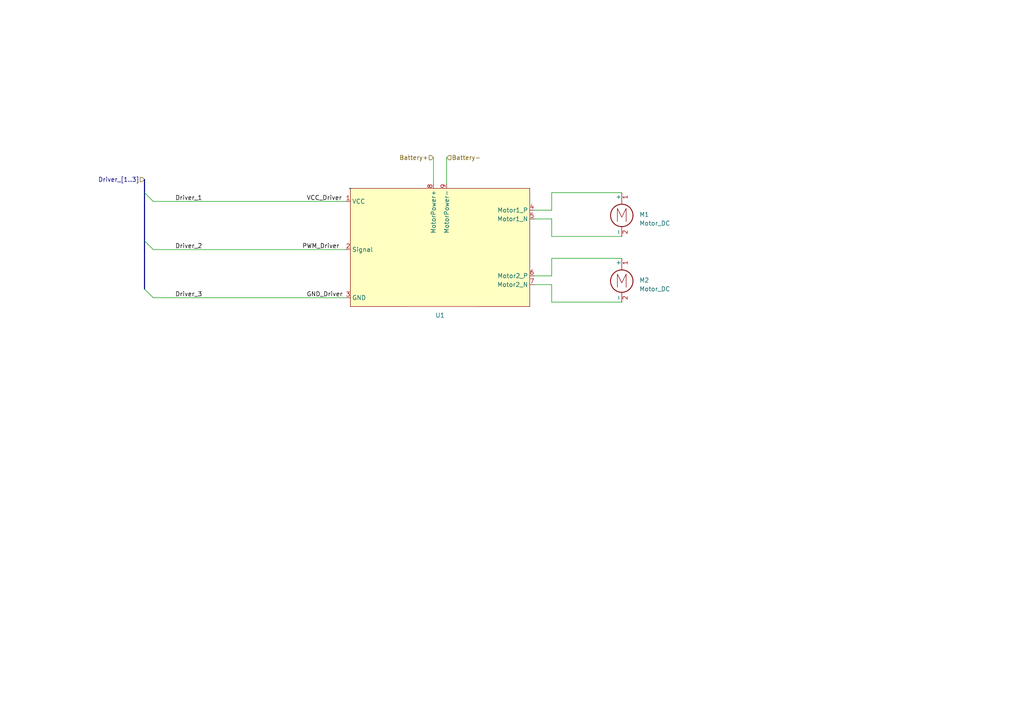
<source format=kicad_sch>
(kicad_sch (version 20230121) (generator eeschema)
  (paper "A4")
  (title_block (title "BlackBox Diagram of Autonomous Rover using LoRa Based RTK ") (date "2024-10-13") (comment 9 "TOLGA"))
  (lib_symbols
    (symbol "Motor:Motor_DC" (pin_names (offset 0))
      (property "Reference" "M" (at 2.54 2.54 0))
      (property "Value" "Motor_DC" (at 2.54 -5.08 0))
      (symbol "Motor_DC_0_0"
        (polyline (pts (xy -1.27 -3.302) (xy -1.27 0.508) (xy 0 -2.032) (xy 1.27 0.508) (xy 1.27 -3.302)))
      )
      (symbol "Motor_DC_0_1"
        (circle (center 0 -1.524) (radius 3.2512) (stroke (width 0.254)))
        (polyline (pts (xy 0 -7.62) (xy 0 -7.112)))
        (polyline (pts (xy 0 -4.7752) (xy 0 -5.1816)))
        (polyline (pts (xy 0 1.7272) (xy 0 2.0828)))
        (polyline (pts (xy 0 2.032) (xy 0 2.54)))
      )
      (symbol "Motor_DC_1_1"
        (pin passive line (at 0 5.08 270) (length 2.54) (name "+") (number "1"))
        (pin passive line (at 0 -7.62 90) (length 2.54) (name "-") (number "2"))
      )
    )
    (symbol "bitirme:MotorDriver" (in_bom no) (on_board no)
      (property "Reference" "U" (at -1.27 1.27 0))
      (symbol "MotorDriver_1_1"
        (rectangle (start 0 0) (end 52.07 -34.29) (fill (type background)))
        (pin output line (at -1.27 -3.81 0) (length 1.27) (name "VCC") (number "1"))
        (pin output line (at -1.27 -17.78 0) (length 1.27) (name "Signal") (number "2"))
        (pin output line (at -1.27 -31.75 0) (length 1.27) (name "GND") (number "3"))
        (pin output line (at 53.34 -6.35 180) (length 1.27) (name "Motor1_P") (number "4"))
        (pin output line (at 53.34 -8.89 180) (length 1.27) (name "Motor1_N") (number "5"))
        (pin output line (at 53.34 -25.4 180) (length 1.27) (name "Motor2_P") (number "6"))
        (pin output line (at 53.34 -27.94 180) (length 1.27) (name "Motor2_N") (number "7"))
        (pin output line (at 24.13 1.27 270) (length 1.27) (name "MotorPower+") (number "8"))
        (pin output line (at 27.94 1.27 270) (length 1.27) (name "MotorPower-") (number "9"))
      )
    )
  )
  (bus_entry (at 41.91 69.85) (size 2.54 2.54))
  (bus_entry (at 41.91 83.82) (size 2.54 2.54))
  (bus_entry (at 41.91 55.88) (size 2.54 2.54))
  (wire (pts (xy 180.34 74.93) (xy 160.02 74.93)))
  (bus (pts (xy 41.91 52.07) (xy 41.91 55.88)))
  (wire (pts (xy 160.02 60.96) (xy 154.94 60.96)))
  (wire (pts (xy 160.02 63.5) (xy 154.94 63.5)))
  (bus (pts (xy 41.91 55.88) (xy 41.91 69.85)))
  (bus (pts (xy 41.91 69.85) (xy 41.91 83.82)))
  (wire (pts (xy 44.45 72.39) (xy 100.33 72.39)))
  (wire (pts (xy 180.34 87.63) (xy 160.02 87.63)))
  (wire (pts (xy 44.45 58.42) (xy 100.33 58.42)))
  (wire (pts (xy 160.02 55.88) (xy 160.02 60.96)))
  (wire (pts (xy 160.02 80.01) (xy 154.94 80.01)))
  (wire (pts (xy 125.73 45.72) (xy 125.73 53.34)))
  (wire (pts (xy 129.54 45.72) (xy 129.54 53.34)))
  (wire (pts (xy 180.34 55.88) (xy 160.02 55.88)))
  (wire (pts (xy 44.45 86.36) (xy 100.33 86.36)))
  (wire (pts (xy 160.02 68.58) (xy 160.02 63.5)))
  (wire (pts (xy 180.34 68.58) (xy 160.02 68.58)))
  (wire (pts (xy 160.02 82.55) (xy 154.94 82.55)))
  (wire (pts (xy 160.02 87.63) (xy 160.02 82.55)))
  (wire (pts (xy 160.02 74.93) (xy 160.02 80.01)))
  (image (at 128.27 78.74) (scale 1.10002))
  (label "Driver_3" (at 50.8 86.36 0))
  (label "Driver_1" (at 50.8 58.42 0))
  (label "Driver_2" (at 50.8 72.39 0))
  (label "PWM_Driver" (at 87.63 72.39 0))
  (label "VCC_Driver" (at 88.9 58.42 0))
  (label "GND_Driver" (at 88.9 86.36 0))
  (hierarchical_label "Battery+" (shape input) (at 125.73 45.72 180))
  (hierarchical_label "Battery-" (shape input) (at 129.54 45.72 0))
  (hierarchical_label "Driver_[1..3]" (shape input) (at 41.91 52.07 180))
  (symbol (lib_id "Motor:Motor_DC") (at 180.34 80.01 0) (unit 1)
    (property "Reference" "M2" (at 185.42 81.28 0) (effects (justify left)))
    (property "Value" "Motor_DC" (at 185.42 83.82 0) (effects (justify left)))
  )
  (symbol (lib_id "bitirme:MotorDriver") (at 101.6 54.61 0) (unit 1) (in_bom no) (on_board no)
    (property "Reference" "U1" (at 127.635 91.44 0))
    (property "Value" "~" (at 101.6 54.61 0))
  )
  (symbol (lib_id "Motor:Motor_DC") (at 180.34 60.96 0) (unit 1)
    (property "Reference" "M1" (at 185.42 62.23 0) (effects (justify left)))
    (property "Value" "Motor_DC" (at 185.42 64.77 0) (effects (justify left)))
  )
)
</source>
